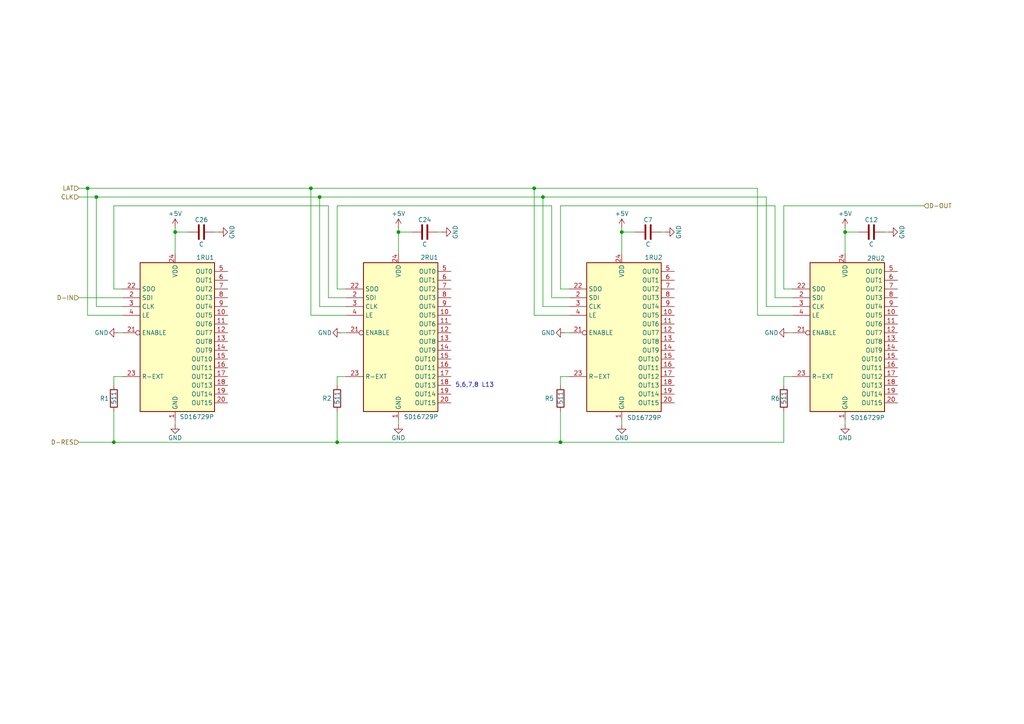
<source format=kicad_sch>
(kicad_sch
	(version 20231120)
	(generator "eeschema")
	(generator_version "8.0")
	(uuid "457e5081-8656-4fae-9c92-221d8bedcbb0")
	(paper "A4")
	(title_block
		(title "RED COLUMN BUFFERS (0-15)")
		(date "2025-03-24")
		(rev "2009-06-20")
		(comment 1 "SEETOP-PH12-(1/4)4N.PCB")
	)
	(lib_symbols
		(symbol "Device:C"
			(pin_numbers hide)
			(pin_names
				(offset 0.254)
			)
			(exclude_from_sim no)
			(in_bom yes)
			(on_board yes)
			(property "Reference" "C"
				(at 0.635 2.54 0)
				(effects
					(font
						(size 1.27 1.27)
					)
					(justify left)
				)
			)
			(property "Value" "C"
				(at 0.635 -2.54 0)
				(effects
					(font
						(size 1.27 1.27)
					)
					(justify left)
				)
			)
			(property "Footprint" ""
				(at 0.9652 -3.81 0)
				(effects
					(font
						(size 1.27 1.27)
					)
					(hide yes)
				)
			)
			(property "Datasheet" "~"
				(at 0 0 0)
				(effects
					(font
						(size 1.27 1.27)
					)
					(hide yes)
				)
			)
			(property "Description" "Unpolarized capacitor"
				(at 0 0 0)
				(effects
					(font
						(size 1.27 1.27)
					)
					(hide yes)
				)
			)
			(property "ki_keywords" "cap capacitor"
				(at 0 0 0)
				(effects
					(font
						(size 1.27 1.27)
					)
					(hide yes)
				)
			)
			(property "ki_fp_filters" "C_*"
				(at 0 0 0)
				(effects
					(font
						(size 1.27 1.27)
					)
					(hide yes)
				)
			)
			(symbol "C_0_1"
				(polyline
					(pts
						(xy -2.032 -0.762) (xy 2.032 -0.762)
					)
					(stroke
						(width 0.508)
						(type default)
					)
					(fill
						(type none)
					)
				)
				(polyline
					(pts
						(xy -2.032 0.762) (xy 2.032 0.762)
					)
					(stroke
						(width 0.508)
						(type default)
					)
					(fill
						(type none)
					)
				)
			)
			(symbol "C_1_1"
				(pin passive line
					(at 0 3.81 270)
					(length 2.794)
					(name "~"
						(effects
							(font
								(size 1.27 1.27)
							)
						)
					)
					(number "1"
						(effects
							(font
								(size 1.27 1.27)
							)
						)
					)
				)
				(pin passive line
					(at 0 -3.81 90)
					(length 2.794)
					(name "~"
						(effects
							(font
								(size 1.27 1.27)
							)
						)
					)
					(number "2"
						(effects
							(font
								(size 1.27 1.27)
							)
						)
					)
				)
			)
		)
		(symbol "Device:R"
			(pin_numbers hide)
			(pin_names
				(offset 0)
			)
			(exclude_from_sim no)
			(in_bom yes)
			(on_board yes)
			(property "Reference" "R"
				(at 2.032 0 90)
				(effects
					(font
						(size 1.27 1.27)
					)
				)
			)
			(property "Value" "R"
				(at 0 0 90)
				(effects
					(font
						(size 1.27 1.27)
					)
				)
			)
			(property "Footprint" ""
				(at -1.778 0 90)
				(effects
					(font
						(size 1.27 1.27)
					)
					(hide yes)
				)
			)
			(property "Datasheet" "~"
				(at 0 0 0)
				(effects
					(font
						(size 1.27 1.27)
					)
					(hide yes)
				)
			)
			(property "Description" "Resistor"
				(at 0 0 0)
				(effects
					(font
						(size 1.27 1.27)
					)
					(hide yes)
				)
			)
			(property "ki_keywords" "R res resistor"
				(at 0 0 0)
				(effects
					(font
						(size 1.27 1.27)
					)
					(hide yes)
				)
			)
			(property "ki_fp_filters" "R_*"
				(at 0 0 0)
				(effects
					(font
						(size 1.27 1.27)
					)
					(hide yes)
				)
			)
			(symbol "R_0_1"
				(rectangle
					(start -1.016 -2.54)
					(end 1.016 2.54)
					(stroke
						(width 0.254)
						(type default)
					)
					(fill
						(type none)
					)
				)
			)
			(symbol "R_1_1"
				(pin passive line
					(at 0 3.81 270)
					(length 1.27)
					(name "~"
						(effects
							(font
								(size 1.27 1.27)
							)
						)
					)
					(number "1"
						(effects
							(font
								(size 1.27 1.27)
							)
						)
					)
				)
				(pin passive line
					(at 0 -3.81 90)
					(length 1.27)
					(name "~"
						(effects
							(font
								(size 1.27 1.27)
							)
						)
					)
					(number "2"
						(effects
							(font
								(size 1.27 1.27)
							)
						)
					)
				)
			)
		)
		(symbol "power:+5V"
			(power)
			(pin_numbers hide)
			(pin_names
				(offset 0) hide)
			(exclude_from_sim no)
			(in_bom yes)
			(on_board yes)
			(property "Reference" "#PWR"
				(at 0 -3.81 0)
				(effects
					(font
						(size 1.27 1.27)
					)
					(hide yes)
				)
			)
			(property "Value" "+5V"
				(at 0 3.556 0)
				(effects
					(font
						(size 1.27 1.27)
					)
				)
			)
			(property "Footprint" ""
				(at 0 0 0)
				(effects
					(font
						(size 1.27 1.27)
					)
					(hide yes)
				)
			)
			(property "Datasheet" ""
				(at 0 0 0)
				(effects
					(font
						(size 1.27 1.27)
					)
					(hide yes)
				)
			)
			(property "Description" "Power symbol creates a global label with name \"+5V\""
				(at 0 0 0)
				(effects
					(font
						(size 1.27 1.27)
					)
					(hide yes)
				)
			)
			(property "ki_keywords" "global power"
				(at 0 0 0)
				(effects
					(font
						(size 1.27 1.27)
					)
					(hide yes)
				)
			)
			(symbol "+5V_0_1"
				(polyline
					(pts
						(xy -0.762 1.27) (xy 0 2.54)
					)
					(stroke
						(width 0)
						(type default)
					)
					(fill
						(type none)
					)
				)
				(polyline
					(pts
						(xy 0 0) (xy 0 2.54)
					)
					(stroke
						(width 0)
						(type default)
					)
					(fill
						(type none)
					)
				)
				(polyline
					(pts
						(xy 0 2.54) (xy 0.762 1.27)
					)
					(stroke
						(width 0)
						(type default)
					)
					(fill
						(type none)
					)
				)
			)
			(symbol "+5V_1_1"
				(pin power_in line
					(at 0 0 90)
					(length 0)
					(name "~"
						(effects
							(font
								(size 1.27 1.27)
							)
						)
					)
					(number "1"
						(effects
							(font
								(size 1.27 1.27)
							)
						)
					)
				)
			)
		)
		(symbol "power:GND"
			(power)
			(pin_numbers hide)
			(pin_names
				(offset 0) hide)
			(exclude_from_sim no)
			(in_bom yes)
			(on_board yes)
			(property "Reference" "#PWR"
				(at 0 -6.35 0)
				(effects
					(font
						(size 1.27 1.27)
					)
					(hide yes)
				)
			)
			(property "Value" "GND"
				(at 0 -3.81 0)
				(effects
					(font
						(size 1.27 1.27)
					)
				)
			)
			(property "Footprint" ""
				(at 0 0 0)
				(effects
					(font
						(size 1.27 1.27)
					)
					(hide yes)
				)
			)
			(property "Datasheet" ""
				(at 0 0 0)
				(effects
					(font
						(size 1.27 1.27)
					)
					(hide yes)
				)
			)
			(property "Description" "Power symbol creates a global label with name \"GND\" , ground"
				(at 0 0 0)
				(effects
					(font
						(size 1.27 1.27)
					)
					(hide yes)
				)
			)
			(property "ki_keywords" "global power"
				(at 0 0 0)
				(effects
					(font
						(size 1.27 1.27)
					)
					(hide yes)
				)
			)
			(symbol "GND_0_1"
				(polyline
					(pts
						(xy 0 0) (xy 0 -1.27) (xy 1.27 -1.27) (xy 0 -2.54) (xy -1.27 -1.27) (xy 0 -1.27)
					)
					(stroke
						(width 0)
						(type default)
					)
					(fill
						(type none)
					)
				)
			)
			(symbol "GND_1_1"
				(pin power_in line
					(at 0 0 270)
					(length 0)
					(name "~"
						(effects
							(font
								(size 1.27 1.27)
							)
						)
					)
					(number "1"
						(effects
							(font
								(size 1.27 1.27)
							)
						)
					)
				)
			)
		)
		(symbol "private:SD16729P"
			(exclude_from_sim no)
			(in_bom yes)
			(on_board yes)
			(property "Reference" "U1"
				(at 7.874 21.59 0)
				(effects
					(font
						(size 1.27 1.27)
					)
					(justify left)
				)
			)
			(property "Value" "SD16729P"
				(at 1.778 -24.384 0)
				(effects
					(font
						(size 1.27 1.27)
					)
					(justify left)
				)
			)
			(property "Footprint" "Package_SO:QSOP-24_3.9x8.7mm_P0.635mm"
				(at 0.635 -24.765 0)
				(effects
					(font
						(size 1.27 1.27)
					)
					(justify left)
					(hide yes)
				)
			)
			(property "Datasheet" ""
				(at -10.16 17.78 0)
				(effects
					(font
						(size 1.27 1.27)
					)
					(hide yes)
				)
			)
			(property "Description" "16-channel LED driver with error detection, current gain control and 12/16 bit PWM brightness control, QSOP-24"
				(at -0.254 -3.556 0)
				(effects
					(font
						(size 1.27 1.27)
					)
					(hide yes)
				)
			)
			(property "ki_keywords" "PWM LED driver error detection brightness QSOP-24"
				(at 0 0 0)
				(effects
					(font
						(size 1.27 1.27)
					)
					(hide yes)
				)
			)
			(property "ki_fp_filters" "QSOP*3.9x8.7mm*P0.635mm*"
				(at 0 0 0)
				(effects
					(font
						(size 1.27 1.27)
					)
					(hide yes)
				)
			)
			(symbol "SD16729P_0_1"
				(rectangle
					(start -10.16 20.32)
					(end 11.43 -22.86)
					(stroke
						(width 0.254)
						(type default)
					)
					(fill
						(type background)
					)
				)
			)
			(symbol "SD16729P_1_1"
				(pin power_in line
					(at 0 -25.4 90)
					(length 2.54)
					(name "GND"
						(effects
							(font
								(size 1.27 1.27)
							)
						)
					)
					(number "1"
						(effects
							(font
								(size 1.27 1.27)
							)
						)
					)
				)
				(pin output line
					(at 15.24 5.08 180)
					(length 3.81)
					(name "OUT5"
						(effects
							(font
								(size 1.27 1.27)
							)
						)
					)
					(number "10"
						(effects
							(font
								(size 1.27 1.27)
							)
						)
					)
				)
				(pin output line
					(at 15.24 2.54 180)
					(length 3.81)
					(name "OUT6"
						(effects
							(font
								(size 1.27 1.27)
							)
						)
					)
					(number "11"
						(effects
							(font
								(size 1.27 1.27)
							)
						)
					)
				)
				(pin output line
					(at 15.24 0 180)
					(length 3.81)
					(name "OUT7"
						(effects
							(font
								(size 1.27 1.27)
							)
						)
					)
					(number "12"
						(effects
							(font
								(size 1.27 1.27)
							)
						)
					)
				)
				(pin output line
					(at 15.24 -2.54 180)
					(length 3.81)
					(name "OUT8"
						(effects
							(font
								(size 1.27 1.27)
							)
						)
					)
					(number "13"
						(effects
							(font
								(size 1.27 1.27)
							)
						)
					)
				)
				(pin output line
					(at 15.24 -5.08 180)
					(length 3.81)
					(name "OUT9"
						(effects
							(font
								(size 1.27 1.27)
							)
						)
					)
					(number "14"
						(effects
							(font
								(size 1.27 1.27)
							)
						)
					)
				)
				(pin output line
					(at 15.24 -7.62 180)
					(length 3.81)
					(name "OUT10"
						(effects
							(font
								(size 1.27 1.27)
							)
						)
					)
					(number "15"
						(effects
							(font
								(size 1.27 1.27)
							)
						)
					)
				)
				(pin output line
					(at 15.24 -10.16 180)
					(length 3.81)
					(name "OUT11"
						(effects
							(font
								(size 1.27 1.27)
							)
						)
					)
					(number "16"
						(effects
							(font
								(size 1.27 1.27)
							)
						)
					)
				)
				(pin output line
					(at 15.24 -12.7 180)
					(length 3.81)
					(name "OUT12"
						(effects
							(font
								(size 1.27 1.27)
							)
						)
					)
					(number "17"
						(effects
							(font
								(size 1.27 1.27)
							)
						)
					)
				)
				(pin output line
					(at 15.24 -15.24 180)
					(length 3.81)
					(name "OUT13"
						(effects
							(font
								(size 1.27 1.27)
							)
						)
					)
					(number "18"
						(effects
							(font
								(size 1.27 1.27)
							)
						)
					)
				)
				(pin output line
					(at 15.24 -17.78 180)
					(length 3.81)
					(name "OUT14"
						(effects
							(font
								(size 1.27 1.27)
							)
						)
					)
					(number "19"
						(effects
							(font
								(size 1.27 1.27)
							)
						)
					)
				)
				(pin input line
					(at -15.24 10.16 0)
					(length 5.08)
					(name "SDI"
						(effects
							(font
								(size 1.27 1.27)
							)
						)
					)
					(number "2"
						(effects
							(font
								(size 1.27 1.27)
							)
						)
					)
				)
				(pin output line
					(at 15.24 -20.32 180)
					(length 3.81)
					(name "OUT15"
						(effects
							(font
								(size 1.27 1.27)
							)
						)
					)
					(number "20"
						(effects
							(font
								(size 1.27 1.27)
							)
						)
					)
				)
				(pin input inverted
					(at -15.24 0 0)
					(length 5.08)
					(name "ENABLE"
						(effects
							(font
								(size 1.27 1.27)
							)
						)
					)
					(number "21"
						(effects
							(font
								(size 1.27 1.27)
							)
						)
					)
				)
				(pin output line
					(at -15.24 12.7 0)
					(length 5.08)
					(name "SDO"
						(effects
							(font
								(size 1.27 1.27)
							)
						)
					)
					(number "22"
						(effects
							(font
								(size 1.27 1.27)
							)
						)
					)
				)
				(pin passive line
					(at -15.24 -12.7 0)
					(length 5.08)
					(name "R-EXT"
						(effects
							(font
								(size 1.27 1.27)
							)
						)
					)
					(number "23"
						(effects
							(font
								(size 1.27 1.27)
							)
						)
					)
				)
				(pin power_in line
					(at 0 22.86 270)
					(length 2.54)
					(name "VDD"
						(effects
							(font
								(size 1.27 1.27)
							)
						)
					)
					(number "24"
						(effects
							(font
								(size 1.27 1.27)
							)
						)
					)
				)
				(pin input line
					(at -15.24 7.62 0)
					(length 5.08)
					(name "CLK"
						(effects
							(font
								(size 1.27 1.27)
							)
						)
					)
					(number "3"
						(effects
							(font
								(size 1.27 1.27)
							)
						)
					)
				)
				(pin input line
					(at -15.24 5.08 0)
					(length 5.08)
					(name "LE"
						(effects
							(font
								(size 1.27 1.27)
							)
						)
					)
					(number "4"
						(effects
							(font
								(size 1.27 1.27)
							)
						)
					)
				)
				(pin output line
					(at 15.24 17.78 180)
					(length 3.81)
					(name "OUT0"
						(effects
							(font
								(size 1.27 1.27)
							)
						)
					)
					(number "5"
						(effects
							(font
								(size 1.27 1.27)
							)
						)
					)
				)
				(pin output line
					(at 15.24 15.24 180)
					(length 3.81)
					(name "OUT1"
						(effects
							(font
								(size 1.27 1.27)
							)
						)
					)
					(number "6"
						(effects
							(font
								(size 1.27 1.27)
							)
						)
					)
				)
				(pin output line
					(at 15.24 12.7 180)
					(length 3.81)
					(name "OUT2"
						(effects
							(font
								(size 1.27 1.27)
							)
						)
					)
					(number "7"
						(effects
							(font
								(size 1.27 1.27)
							)
						)
					)
				)
				(pin output line
					(at 15.24 10.16 180)
					(length 3.81)
					(name "OUT3"
						(effects
							(font
								(size 1.27 1.27)
							)
						)
					)
					(number "8"
						(effects
							(font
								(size 1.27 1.27)
							)
						)
					)
				)
				(pin output line
					(at 15.24 7.62 180)
					(length 3.81)
					(name "OUT4"
						(effects
							(font
								(size 1.27 1.27)
							)
						)
					)
					(number "9"
						(effects
							(font
								(size 1.27 1.27)
							)
						)
					)
				)
			)
		)
	)
	(junction
		(at 162.56 128.27)
		(diameter 0)
		(color 0 0 0 0)
		(uuid "01c456f3-47e9-4ea4-84be-06a4a6095d8c")
	)
	(junction
		(at 97.79 128.27)
		(diameter 0)
		(color 0 0 0 0)
		(uuid "45be33dd-61b4-4141-b154-a4f55e7c1ee9")
	)
	(junction
		(at 25.4 54.61)
		(diameter 0)
		(color 0 0 0 0)
		(uuid "532239ee-012b-4c1d-a530-0b33feaec582")
	)
	(junction
		(at 157.48 57.15)
		(diameter 0)
		(color 0 0 0 0)
		(uuid "5df89d42-62bc-4c0c-844b-2a32922a6b25")
	)
	(junction
		(at 90.17 54.61)
		(diameter 0)
		(color 0 0 0 0)
		(uuid "689d6d3c-41c9-449e-a8f2-6b1a175e13ac")
	)
	(junction
		(at 33.02 128.27)
		(diameter 0)
		(color 0 0 0 0)
		(uuid "81bed604-ec81-4339-87c6-aefd56047458")
	)
	(junction
		(at 92.71 57.15)
		(diameter 0)
		(color 0 0 0 0)
		(uuid "a5d4384c-9e3e-4843-8483-7bb776a4a48e")
	)
	(junction
		(at 115.57 67.31)
		(diameter 0)
		(color 0 0 0 0)
		(uuid "c144aa10-b1f7-45ab-9fc6-25440ab60673")
	)
	(junction
		(at 180.34 67.31)
		(diameter 0)
		(color 0 0 0 0)
		(uuid "c5041acd-9f69-48eb-bcee-76433fb96acf")
	)
	(junction
		(at 50.8 67.31)
		(diameter 0)
		(color 0 0 0 0)
		(uuid "c9ea1fed-59b3-45db-be1a-86b425a2f9d0")
	)
	(junction
		(at 154.94 54.61)
		(diameter 0)
		(color 0 0 0 0)
		(uuid "ccb97d6c-2715-4724-8a9a-fdfab6ced0d5")
	)
	(junction
		(at 245.11 67.31)
		(diameter 0)
		(color 0 0 0 0)
		(uuid "e79976d9-29d4-4a81-b4d0-105f55320031")
	)
	(junction
		(at 27.94 57.15)
		(diameter 0)
		(color 0 0 0 0)
		(uuid "fb1702c9-8104-4180-9d92-4f32c1ff46e6")
	)
	(wire
		(pts
			(xy 100.33 109.22) (xy 97.79 109.22)
		)
		(stroke
			(width 0)
			(type default)
		)
		(uuid "0067b01e-0128-445b-a5b4-8dff38798fa4")
	)
	(wire
		(pts
			(xy 62.23 67.31) (xy 63.5 67.31)
		)
		(stroke
			(width 0)
			(type default)
		)
		(uuid "01d9b3ce-af2d-4cf1-b075-81fc6d39e23c")
	)
	(wire
		(pts
			(xy 180.34 67.31) (xy 180.34 73.66)
		)
		(stroke
			(width 0)
			(type default)
		)
		(uuid "02e4a14d-2945-4f33-bf2c-b926d2e9a6d0")
	)
	(wire
		(pts
			(xy 245.11 67.31) (xy 248.92 67.31)
		)
		(stroke
			(width 0)
			(type default)
		)
		(uuid "04c2278f-3ae3-490a-95eb-9c741f853bc7")
	)
	(wire
		(pts
			(xy 227.33 109.22) (xy 227.33 111.76)
		)
		(stroke
			(width 0)
			(type default)
		)
		(uuid "0681e8f3-d16d-4a64-a33a-b319079ead96")
	)
	(wire
		(pts
			(xy 22.86 128.27) (xy 33.02 128.27)
		)
		(stroke
			(width 0)
			(type default)
		)
		(uuid "09de5e43-2324-4235-97c0-7fd38a900d55")
	)
	(wire
		(pts
			(xy 160.02 86.36) (xy 160.02 59.69)
		)
		(stroke
			(width 0)
			(type default)
		)
		(uuid "0be0430a-b514-4bcb-b928-0fe55e280da2")
	)
	(wire
		(pts
			(xy 27.94 57.15) (xy 92.71 57.15)
		)
		(stroke
			(width 0)
			(type default)
		)
		(uuid "0e932504-e456-4498-a80d-de6edf9b9abc")
	)
	(wire
		(pts
			(xy 50.8 67.31) (xy 50.8 73.66)
		)
		(stroke
			(width 0)
			(type default)
		)
		(uuid "0ef5155a-eb0d-48fe-8324-dfa63dd37d4f")
	)
	(wire
		(pts
			(xy 92.71 57.15) (xy 92.71 88.9)
		)
		(stroke
			(width 0)
			(type default)
		)
		(uuid "1007f768-b8f2-4fbc-a492-bf25b0c0dddf")
	)
	(wire
		(pts
			(xy 224.79 59.69) (xy 162.56 59.69)
		)
		(stroke
			(width 0)
			(type default)
		)
		(uuid "10152ac8-067f-4adc-82c8-e243ffea9454")
	)
	(wire
		(pts
			(xy 115.57 121.92) (xy 115.57 123.19)
		)
		(stroke
			(width 0)
			(type default)
		)
		(uuid "13324b24-10d3-4b58-95a0-46d0dcee4418")
	)
	(wire
		(pts
			(xy 33.02 59.69) (xy 33.02 83.82)
		)
		(stroke
			(width 0)
			(type default)
		)
		(uuid "1af1f8ab-bb35-477b-86e9-45bf5855aa44")
	)
	(wire
		(pts
			(xy 50.8 67.31) (xy 54.61 67.31)
		)
		(stroke
			(width 0)
			(type default)
		)
		(uuid "1b0f44c3-5cf2-4a43-b8a1-3c17f9ebcc9a")
	)
	(wire
		(pts
			(xy 35.56 109.22) (xy 33.02 109.22)
		)
		(stroke
			(width 0)
			(type default)
		)
		(uuid "1e818e78-8d36-463a-aa24-a724a903c890")
	)
	(wire
		(pts
			(xy 162.56 109.22) (xy 162.56 111.76)
		)
		(stroke
			(width 0)
			(type default)
		)
		(uuid "1fff6286-c489-46e1-8450-38218fc65690")
	)
	(wire
		(pts
			(xy 92.71 88.9) (xy 100.33 88.9)
		)
		(stroke
			(width 0)
			(type default)
		)
		(uuid "21eeaa91-52a0-4cef-9ee8-2c206af1dffa")
	)
	(wire
		(pts
			(xy 100.33 91.44) (xy 90.17 91.44)
		)
		(stroke
			(width 0)
			(type default)
		)
		(uuid "227475d0-d892-4c8f-b09c-1b3f6070f913")
	)
	(wire
		(pts
			(xy 162.56 119.38) (xy 162.56 128.27)
		)
		(stroke
			(width 0)
			(type default)
		)
		(uuid "385cf671-e5d3-45d9-90e9-83c441168e0e")
	)
	(wire
		(pts
			(xy 33.02 83.82) (xy 35.56 83.82)
		)
		(stroke
			(width 0)
			(type default)
		)
		(uuid "3d287724-4af2-4a32-9f10-2af443e82974")
	)
	(wire
		(pts
			(xy 127 67.31) (xy 128.27 67.31)
		)
		(stroke
			(width 0)
			(type default)
		)
		(uuid "4147f81e-0004-4e80-aee1-4098e21cc021")
	)
	(wire
		(pts
			(xy 115.57 67.31) (xy 119.38 67.31)
		)
		(stroke
			(width 0)
			(type default)
		)
		(uuid "457df145-9198-42c3-8e63-c9eead111847")
	)
	(wire
		(pts
			(xy 97.79 83.82) (xy 100.33 83.82)
		)
		(stroke
			(width 0)
			(type default)
		)
		(uuid "47d465c9-d455-4ed0-a936-0db8da21d52f")
	)
	(wire
		(pts
			(xy 228.6 96.52) (xy 229.87 96.52)
		)
		(stroke
			(width 0)
			(type default)
		)
		(uuid "48a464aa-5835-4e46-b765-398279840db9")
	)
	(wire
		(pts
			(xy 33.02 109.22) (xy 33.02 111.76)
		)
		(stroke
			(width 0)
			(type default)
		)
		(uuid "4e5f0dba-4f39-4c75-b177-774ce055d41c")
	)
	(wire
		(pts
			(xy 227.33 83.82) (xy 227.33 59.69)
		)
		(stroke
			(width 0)
			(type default)
		)
		(uuid "4ebb5e2a-bfa4-450c-85c4-a276896ed37d")
	)
	(wire
		(pts
			(xy 22.86 86.36) (xy 35.56 86.36)
		)
		(stroke
			(width 0)
			(type default)
		)
		(uuid "5639c865-06d0-417d-a127-5a6e725e9fb3")
	)
	(wire
		(pts
			(xy 154.94 54.61) (xy 219.71 54.61)
		)
		(stroke
			(width 0)
			(type default)
		)
		(uuid "59703b7a-1fd0-431e-86bf-115f6a323d28")
	)
	(wire
		(pts
			(xy 22.86 54.61) (xy 25.4 54.61)
		)
		(stroke
			(width 0)
			(type default)
		)
		(uuid "5bf92305-06c0-4b6a-976d-171e960fc54d")
	)
	(wire
		(pts
			(xy 97.79 109.22) (xy 97.79 111.76)
		)
		(stroke
			(width 0)
			(type default)
		)
		(uuid "5e2fb21c-5f60-4f7a-b1f7-e0d94f6eeb1f")
	)
	(wire
		(pts
			(xy 99.06 96.52) (xy 100.33 96.52)
		)
		(stroke
			(width 0)
			(type default)
		)
		(uuid "5ebf4587-877a-4154-90a5-8e87cafd0761")
	)
	(wire
		(pts
			(xy 180.34 67.31) (xy 184.15 67.31)
		)
		(stroke
			(width 0)
			(type default)
		)
		(uuid "60b9c713-75dc-4650-9402-5e9142d06993")
	)
	(wire
		(pts
			(xy 90.17 54.61) (xy 90.17 91.44)
		)
		(stroke
			(width 0)
			(type default)
		)
		(uuid "67a25bd9-2bb3-4d90-83ae-2bfc475197c0")
	)
	(wire
		(pts
			(xy 163.83 96.52) (xy 165.1 96.52)
		)
		(stroke
			(width 0)
			(type default)
		)
		(uuid "6f819a64-ed10-4666-8c44-0e39717329e7")
	)
	(wire
		(pts
			(xy 162.56 83.82) (xy 165.1 83.82)
		)
		(stroke
			(width 0)
			(type default)
		)
		(uuid "71a1c44c-f9fe-4a62-bb53-e30c831342be")
	)
	(wire
		(pts
			(xy 219.71 54.61) (xy 219.71 91.44)
		)
		(stroke
			(width 0)
			(type default)
		)
		(uuid "74b356d9-8145-4c70-a5eb-4a3ea0b5e6a1")
	)
	(wire
		(pts
			(xy 219.71 91.44) (xy 229.87 91.44)
		)
		(stroke
			(width 0)
			(type default)
		)
		(uuid "79b5402c-9c68-4d9c-b6b4-db0f7f217539")
	)
	(wire
		(pts
			(xy 92.71 57.15) (xy 157.48 57.15)
		)
		(stroke
			(width 0)
			(type default)
		)
		(uuid "814099be-1089-48ab-8da1-258b4a71347e")
	)
	(wire
		(pts
			(xy 35.56 88.9) (xy 27.94 88.9)
		)
		(stroke
			(width 0)
			(type default)
		)
		(uuid "820a594c-dc89-463d-92b7-6bdb8613ef47")
	)
	(wire
		(pts
			(xy 227.33 59.69) (xy 267.97 59.69)
		)
		(stroke
			(width 0)
			(type default)
		)
		(uuid "86f511f7-4538-4a8f-b585-805bd6ffcd92")
	)
	(wire
		(pts
			(xy 160.02 59.69) (xy 97.79 59.69)
		)
		(stroke
			(width 0)
			(type default)
		)
		(uuid "8895e666-4b17-473d-87b3-309ce7634f90")
	)
	(wire
		(pts
			(xy 180.34 66.04) (xy 180.34 67.31)
		)
		(stroke
			(width 0)
			(type default)
		)
		(uuid "8985ad8d-bbd8-4156-a559-ca9fdeae5ebf")
	)
	(wire
		(pts
			(xy 35.56 91.44) (xy 25.4 91.44)
		)
		(stroke
			(width 0)
			(type default)
		)
		(uuid "8c842ca8-0edf-427e-8856-2b7d63fc147f")
	)
	(wire
		(pts
			(xy 165.1 109.22) (xy 162.56 109.22)
		)
		(stroke
			(width 0)
			(type default)
		)
		(uuid "8d81f703-c7a6-4640-a254-35cdd56f5adf")
	)
	(wire
		(pts
			(xy 222.25 88.9) (xy 229.87 88.9)
		)
		(stroke
			(width 0)
			(type default)
		)
		(uuid "8e99fef6-03e0-4018-a186-eba867b91111")
	)
	(wire
		(pts
			(xy 157.48 57.15) (xy 222.25 57.15)
		)
		(stroke
			(width 0)
			(type default)
		)
		(uuid "8ffb092c-50d1-4ef6-95f4-60c5309fe9ff")
	)
	(wire
		(pts
			(xy 229.87 83.82) (xy 227.33 83.82)
		)
		(stroke
			(width 0)
			(type default)
		)
		(uuid "9500751d-badc-48f0-a6e0-a9c6f7d0c95f")
	)
	(wire
		(pts
			(xy 100.33 86.36) (xy 95.25 86.36)
		)
		(stroke
			(width 0)
			(type default)
		)
		(uuid "9ba077e1-0eb1-40ff-b648-3823f8624426")
	)
	(wire
		(pts
			(xy 33.02 128.27) (xy 97.79 128.27)
		)
		(stroke
			(width 0)
			(type default)
		)
		(uuid "a19f65c9-b180-4a72-8777-d33b2fcc1c65")
	)
	(wire
		(pts
			(xy 25.4 54.61) (xy 25.4 91.44)
		)
		(stroke
			(width 0)
			(type default)
		)
		(uuid "a2760ec4-3ed5-46fe-993c-1b4ca4a094aa")
	)
	(wire
		(pts
			(xy 162.56 128.27) (xy 227.33 128.27)
		)
		(stroke
			(width 0)
			(type default)
		)
		(uuid "a60b0587-ba72-46c4-80ce-b7ce2f6e39c6")
	)
	(wire
		(pts
			(xy 180.34 121.92) (xy 180.34 123.19)
		)
		(stroke
			(width 0)
			(type default)
		)
		(uuid "a76c6ed3-fcb9-43a4-8d76-2359751ac627")
	)
	(wire
		(pts
			(xy 25.4 54.61) (xy 90.17 54.61)
		)
		(stroke
			(width 0)
			(type default)
		)
		(uuid "ab31ee04-8391-4d65-8974-86db56447af9")
	)
	(wire
		(pts
			(xy 224.79 86.36) (xy 224.79 59.69)
		)
		(stroke
			(width 0)
			(type default)
		)
		(uuid "ac7a2c1a-589c-459b-b383-1326068a96e9")
	)
	(wire
		(pts
			(xy 90.17 54.61) (xy 154.94 54.61)
		)
		(stroke
			(width 0)
			(type default)
		)
		(uuid "b21f784b-e514-45f1-a192-5a62015b43e6")
	)
	(wire
		(pts
			(xy 229.87 86.36) (xy 224.79 86.36)
		)
		(stroke
			(width 0)
			(type default)
		)
		(uuid "b3e5c416-a135-4a34-8f7c-5a66d59228a0")
	)
	(wire
		(pts
			(xy 154.94 54.61) (xy 154.94 91.44)
		)
		(stroke
			(width 0)
			(type default)
		)
		(uuid "b5419b2a-1cdc-40c4-bbf0-b7ee5bc6287f")
	)
	(wire
		(pts
			(xy 97.79 128.27) (xy 162.56 128.27)
		)
		(stroke
			(width 0)
			(type default)
		)
		(uuid "b60f15ca-bbc2-4025-993f-98312b194b3d")
	)
	(wire
		(pts
			(xy 33.02 119.38) (xy 33.02 128.27)
		)
		(stroke
			(width 0)
			(type default)
		)
		(uuid "bae7f480-df3c-4b69-9a45-c83f6d2f43f6")
	)
	(wire
		(pts
			(xy 165.1 86.36) (xy 160.02 86.36)
		)
		(stroke
			(width 0)
			(type default)
		)
		(uuid "bc53abc2-65b0-491b-b5fb-5976f7fbe553")
	)
	(wire
		(pts
			(xy 115.57 66.04) (xy 115.57 67.31)
		)
		(stroke
			(width 0)
			(type default)
		)
		(uuid "bca4c393-235f-4b72-aed4-03258bfdbe23")
	)
	(wire
		(pts
			(xy 27.94 57.15) (xy 27.94 88.9)
		)
		(stroke
			(width 0)
			(type default)
		)
		(uuid "be5a938e-a35b-4866-843e-12c7eb3b66bd")
	)
	(wire
		(pts
			(xy 34.29 96.52) (xy 35.56 96.52)
		)
		(stroke
			(width 0)
			(type default)
		)
		(uuid "be97e416-d7f5-4ec3-b227-e3d4bfab7e3a")
	)
	(wire
		(pts
			(xy 191.77 67.31) (xy 193.04 67.31)
		)
		(stroke
			(width 0)
			(type default)
		)
		(uuid "c0b869da-eeec-4452-8d0f-7c8954da8128")
	)
	(wire
		(pts
			(xy 115.57 67.31) (xy 115.57 73.66)
		)
		(stroke
			(width 0)
			(type default)
		)
		(uuid "c3e9e697-086a-44f3-9951-491ac239258e")
	)
	(wire
		(pts
			(xy 50.8 66.04) (xy 50.8 67.31)
		)
		(stroke
			(width 0)
			(type default)
		)
		(uuid "c6a24f4b-c440-41a2-8b3e-728756e8a00c")
	)
	(wire
		(pts
			(xy 245.11 66.04) (xy 245.11 67.31)
		)
		(stroke
			(width 0)
			(type default)
		)
		(uuid "c710bffa-58f7-461b-b7c5-6b603cf1ffc2")
	)
	(wire
		(pts
			(xy 95.25 86.36) (xy 95.25 59.69)
		)
		(stroke
			(width 0)
			(type default)
		)
		(uuid "ccb9da6b-314c-4274-9e87-8c22e70c7261")
	)
	(wire
		(pts
			(xy 245.11 121.92) (xy 245.11 123.19)
		)
		(stroke
			(width 0)
			(type default)
		)
		(uuid "cda4a030-6c48-4cac-8812-09d371942a40")
	)
	(wire
		(pts
			(xy 22.86 57.15) (xy 27.94 57.15)
		)
		(stroke
			(width 0)
			(type default)
		)
		(uuid "d2b93d77-5050-4e9b-8ecd-3b1fbab35033")
	)
	(wire
		(pts
			(xy 97.79 119.38) (xy 97.79 128.27)
		)
		(stroke
			(width 0)
			(type default)
		)
		(uuid "d3f92099-6a3a-45fd-9ec4-2b8d0188a3b0")
	)
	(wire
		(pts
			(xy 97.79 59.69) (xy 97.79 83.82)
		)
		(stroke
			(width 0)
			(type default)
		)
		(uuid "db7dcf24-e058-4436-9fda-ca7498509f01")
	)
	(wire
		(pts
			(xy 229.87 109.22) (xy 227.33 109.22)
		)
		(stroke
			(width 0)
			(type default)
		)
		(uuid "dd4a55c1-c584-491a-b083-4482bf826f82")
	)
	(wire
		(pts
			(xy 245.11 67.31) (xy 245.11 73.66)
		)
		(stroke
			(width 0)
			(type default)
		)
		(uuid "de91586f-7a6f-4815-89c3-f0d6ac125f01")
	)
	(wire
		(pts
			(xy 222.25 57.15) (xy 222.25 88.9)
		)
		(stroke
			(width 0)
			(type default)
		)
		(uuid "dee7dbc9-6bc8-4868-802a-9e8d16f55064")
	)
	(wire
		(pts
			(xy 157.48 57.15) (xy 157.48 88.9)
		)
		(stroke
			(width 0)
			(type default)
		)
		(uuid "e24442d7-3d63-44cb-8a57-693f68420cc1")
	)
	(wire
		(pts
			(xy 165.1 91.44) (xy 154.94 91.44)
		)
		(stroke
			(width 0)
			(type default)
		)
		(uuid "e8da500b-ae23-4b11-99b9-73f7634a3938")
	)
	(wire
		(pts
			(xy 157.48 88.9) (xy 165.1 88.9)
		)
		(stroke
			(width 0)
			(type default)
		)
		(uuid "e8e3e0d7-62d8-4112-b122-7b4456ca8c2e")
	)
	(wire
		(pts
			(xy 227.33 119.38) (xy 227.33 128.27)
		)
		(stroke
			(width 0)
			(type default)
		)
		(uuid "ee339a8e-59a8-4150-83da-315cb70bee81")
	)
	(wire
		(pts
			(xy 95.25 59.69) (xy 33.02 59.69)
		)
		(stroke
			(width 0)
			(type default)
		)
		(uuid "f4b2518b-6e36-4387-9ca1-fda3c389ebf9")
	)
	(wire
		(pts
			(xy 162.56 59.69) (xy 162.56 83.82)
		)
		(stroke
			(width 0)
			(type default)
		)
		(uuid "f82f514e-7bef-4597-bbd0-2d5ec06d3e0b")
	)
	(wire
		(pts
			(xy 50.8 121.92) (xy 50.8 123.19)
		)
		(stroke
			(width 0)
			(type default)
		)
		(uuid "fce967ca-fb9a-41c2-a51e-a7965ec27841")
	)
	(wire
		(pts
			(xy 256.54 67.31) (xy 257.81 67.31)
		)
		(stroke
			(width 0)
			(type default)
		)
		(uuid "fea52d0c-7553-4245-b2ca-c77237ef8be4")
	)
	(text "5,6,7,8 L13"
		(exclude_from_sim no)
		(at 137.668 111.76 0)
		(effects
			(font
				(size 1.27 1.27)
			)
		)
		(uuid "7fd92519-ace0-44c0-82f9-d74306589a8f")
	)
	(hierarchical_label "CLK"
		(shape input)
		(at 22.86 57.15 180)
		(effects
			(font
				(size 1.27 1.27)
			)
			(justify right)
		)
		(uuid "0d8fc58f-05cf-4716-a5c3-c91c766ab4fb")
	)
	(hierarchical_label "LAT"
		(shape input)
		(at 22.86 54.61 180)
		(effects
			(font
				(size 1.27 1.27)
			)
			(justify right)
		)
		(uuid "6e78071d-85cc-42f0-8d10-dffad3159343")
	)
	(hierarchical_label "D-IN"
		(shape input)
		(at 22.86 86.36 180)
		(effects
			(font
				(size 1.27 1.27)
			)
			(justify right)
		)
		(uuid "97675af1-0744-459a-be4c-7be4a4815be8")
	)
	(hierarchical_label "D-RES"
		(shape input)
		(at 22.86 128.27 180)
		(effects
			(font
				(size 1.27 1.27)
			)
			(justify right)
		)
		(uuid "b693c3ab-0c6b-4322-8dbb-b8bfa574f106")
	)
	(hierarchical_label "D-OUT"
		(shape input)
		(at 267.97 59.69 0)
		(effects
			(font
				(size 1.27 1.27)
			)
			(justify left)
		)
		(uuid "e7fcc5bf-d4a4-4526-9e1f-1ec30ae10945")
	)
	(symbol
		(lib_id "private:SD16729P")
		(at 50.8 96.52 0)
		(unit 1)
		(exclude_from_sim no)
		(in_bom yes)
		(on_board yes)
		(dnp no)
		(uuid "043e5299-3251-4c6a-b6bb-6f13b68a88d7")
		(property "Reference" "1RU1"
			(at 56.896 74.676 0)
			(effects
				(font
					(size 1.27 1.27)
				)
				(justify left)
			)
		)
		(property "Value" "SD16729P"
			(at 52.07 120.904 0)
			(effects
				(font
					(size 1.27 1.27)
				)
				(justify left)
			)
		)
		(property "Footprint" "Package_SO:QSOP-24_3.9x8.7mm_P0.635mm"
			(at 51.435 121.285 0)
			(effects
				(font
					(size 1.27 1.27)
				)
				(justify left)
				(hide yes)
			)
		)
		(property "Datasheet" "https://www.st.com/resource/en/datasheet/led1642gw.pdf"
			(at 40.64 78.74 0)
			(effects
				(font
					(size 1.27 1.27)
				)
				(hide yes)
			)
		)
		(property "Description" "16-channel LED driver with error detection, current gain control and 12/16 bit PWM brightness control, QSOP-24"
			(at 50.546 100.076 0)
			(effects
				(font
					(size 1.27 1.27)
				)
				(hide yes)
			)
		)
		(pin "18"
			(uuid "257460f3-b954-411d-abe7-0d55b436ee44")
		)
		(pin "4"
			(uuid "bd4de6c3-b74b-44a1-910a-fb33d8fe9cda")
		)
		(pin "11"
			(uuid "e59a9b30-1b3c-4e90-aad6-33d60e216aad")
		)
		(pin "22"
			(uuid "722f3b54-c115-4c94-a0ee-7e6357f7e1a4")
		)
		(pin "13"
			(uuid "2c5ac768-5231-49f3-82ff-777b03829d82")
		)
		(pin "17"
			(uuid "c2831f88-36ec-4324-a7c2-82d36ea66c45")
		)
		(pin "16"
			(uuid "22d52709-99d4-4661-acb8-37c449eb2ac0")
		)
		(pin "19"
			(uuid "63d89d7d-cdfa-470a-ab84-685c1e1ec8c3")
		)
		(pin "21"
			(uuid "8a579147-2917-4b5c-9aea-3fab0725a7e7")
		)
		(pin "6"
			(uuid "c0c965e1-8971-4407-b9b3-d381908797e7")
		)
		(pin "14"
			(uuid "1a095c17-e2fa-4d9e-a491-4e86d1d28145")
		)
		(pin "7"
			(uuid "b82dde90-c395-4ac2-aabb-9cc2ddc11b32")
		)
		(pin "9"
			(uuid "58ee4261-40f1-4fa6-9c84-84e4301178f7")
		)
		(pin "24"
			(uuid "65818830-31d9-4afb-bef3-4a9500adb7bd")
		)
		(pin "8"
			(uuid "c4a313ce-c768-4d39-a04a-528b0d756a41")
		)
		(pin "15"
			(uuid "570458ca-8a47-45aa-914b-f71c974ccb9c")
		)
		(pin "23"
			(uuid "a69375ac-4be9-4b38-9e74-895750989634")
		)
		(pin "1"
			(uuid "e5366dd7-5a82-45c2-9271-78b6595457b0")
		)
		(pin "2"
			(uuid "dc727a0d-bbc7-43e3-8a41-207a7a2bffd3")
		)
		(pin "12"
			(uuid "e5b19fa7-ad38-4a0d-ac55-547c815eba90")
		)
		(pin "10"
			(uuid "d9195ebf-9c7d-4e03-816e-9738a1c9282c")
		)
		(pin "20"
			(uuid "4346b6bd-a906-4908-8ed1-31bc0d97d0ba")
		)
		(pin "3"
			(uuid "87b78c3b-8db4-47d2-9df9-85ef8bbb1475")
		)
		(pin "5"
			(uuid "a8b939ee-403d-462a-adb9-6d9f82102213")
		)
		(instances
			(project "SEETOP-PH12"
				(path "/68a8ae38-7cbe-4908-bee0-004819ef8599/90ba3323-4155-48e7-9f2f-2d2709916807"
					(reference "1RU1")
					(unit 1)
				)
			)
		)
	)
	(symbol
		(lib_id "private:SD16729P")
		(at 115.57 96.52 0)
		(unit 1)
		(exclude_from_sim no)
		(in_bom yes)
		(on_board yes)
		(dnp no)
		(uuid "0c528ab1-4068-45cf-ae9a-6652fe02066a")
		(property "Reference" "2RU1"
			(at 121.92 74.676 0)
			(effects
				(font
					(size 1.27 1.27)
				)
				(justify left)
			)
		)
		(property "Value" "SD16729P"
			(at 117.094 120.904 0)
			(effects
				(font
					(size 1.27 1.27)
				)
				(justify left)
			)
		)
		(property "Footprint" "Package_SO:QSOP-24_3.9x8.7mm_P0.635mm"
			(at 116.205 121.285 0)
			(effects
				(font
					(size 1.27 1.27)
				)
				(justify left)
				(hide yes)
			)
		)
		(property "Datasheet" "https://www.st.com/resource/en/datasheet/led1642gw.pdf"
			(at 105.41 78.74 0)
			(effects
				(font
					(size 1.27 1.27)
				)
				(hide yes)
			)
		)
		(property "Description" "16-channel LED driver with error detection, current gain control and 12/16 bit PWM brightness control, QSOP-24"
			(at 115.316 100.076 0)
			(effects
				(font
					(size 1.27 1.27)
				)
				(hide yes)
			)
		)
		(pin "18"
			(uuid "d6aca413-7698-4a34-bb76-24b22b6e8dea")
		)
		(pin "4"
			(uuid "8c72f2f4-46f2-4868-9f86-1c68ee6e9caa")
		)
		(pin "11"
			(uuid "c9c0e99b-8b4e-40bf-864c-06d4ebf30a35")
		)
		(pin "22"
			(uuid "3f2aa3b5-753e-43f8-a6da-1322b5689185")
		)
		(pin "13"
			(uuid "16b6441c-11b4-4f4d-80ec-cabf82a1d063")
		)
		(pin "17"
			(uuid "bd3163ce-f9b5-4c4c-ae5f-a2a828791221")
		)
		(pin "16"
			(uuid "afdf8852-a743-46fa-936a-e28bd0c14c41")
		)
		(pin "19"
			(uuid "63c36df5-0466-43f9-9fe5-704365f2d5b8")
		)
		(pin "21"
			(uuid "1981b72c-fe2e-45ee-87dd-2bad7cdc71b5")
		)
		(pin "6"
			(uuid "0e1d2e60-0f6f-40b0-a77a-10ede84ef884")
		)
		(pin "14"
			(uuid "d26f58f2-11e2-4637-a154-b667910b8892")
		)
		(pin "7"
			(uuid "eff195c1-60e6-4453-935a-772808b2f682")
		)
		(pin "9"
			(uuid "5a05dafb-bb4d-4a50-896c-5a6cab1c04a1")
		)
		(pin "24"
			(uuid "4867e6f3-0a5f-43eb-8b4f-3ed766200ea1")
		)
		(pin "8"
			(uuid "1782b991-fbf0-41fd-809f-f65efe9eb3ef")
		)
		(pin "15"
			(uuid "269bd0e1-f62c-4bcb-9c14-78b1f4db5643")
		)
		(pin "23"
			(uuid "0d8f93a8-beda-4390-8074-9430f3f493cd")
		)
		(pin "1"
			(uuid "da0d3fa0-a5ce-46ca-8efb-d48baca621dc")
		)
		(pin "2"
			(uuid "b2dc58a9-8aa5-41f2-8fe2-54b684c72af9")
		)
		(pin "12"
			(uuid "cba31ea9-0efa-4abc-aa22-27ee470c8f88")
		)
		(pin "10"
			(uuid "d9fb28f1-d4d9-4979-851d-7b5d296e662f")
		)
		(pin "20"
			(uuid "f570bade-711d-4e45-a30e-b8c753c4d4be")
		)
		(pin "3"
			(uuid "cafd3a14-6c07-4566-88b3-c1bb5667e75a")
		)
		(pin "5"
			(uuid "b5ec1715-841b-47df-8376-f4ca7b315e0c")
		)
		(instances
			(project "SEETOP-PH12"
				(path "/68a8ae38-7cbe-4908-bee0-004819ef8599/90ba3323-4155-48e7-9f2f-2d2709916807"
					(reference "2RU1")
					(unit 1)
				)
			)
		)
	)
	(symbol
		(lib_id "private:SD16729P")
		(at 180.34 96.52 0)
		(unit 1)
		(exclude_from_sim no)
		(in_bom yes)
		(on_board yes)
		(dnp no)
		(uuid "14e1e414-e31c-45da-86a4-5be2b19facad")
		(property "Reference" "1RU2"
			(at 186.944 74.676 0)
			(effects
				(font
					(size 1.27 1.27)
				)
				(justify left)
			)
		)
		(property "Value" "SD16729P"
			(at 181.864 121.158 0)
			(effects
				(font
					(size 1.27 1.27)
				)
				(justify left)
			)
		)
		(property "Footprint" "Package_SO:QSOP-24_3.9x8.7mm_P0.635mm"
			(at 180.975 121.285 0)
			(effects
				(font
					(size 1.27 1.27)
				)
				(justify left)
				(hide yes)
			)
		)
		(property "Datasheet" "https://www.st.com/resource/en/datasheet/led1642gw.pdf"
			(at 170.18 78.74 0)
			(effects
				(font
					(size 1.27 1.27)
				)
				(hide yes)
			)
		)
		(property "Description" "16-channel LED driver with error detection, current gain control and 12/16 bit PWM brightness control, QSOP-24"
			(at 180.086 100.076 0)
			(effects
				(font
					(size 1.27 1.27)
				)
				(hide yes)
			)
		)
		(pin "18"
			(uuid "c4d4c985-e569-4cc7-8229-257b1f02e7d7")
		)
		(pin "4"
			(uuid "01c6b202-7110-488e-93c4-c23e050c5ce2")
		)
		(pin "11"
			(uuid "22fd22d9-76bb-403a-85bb-420b5e89e638")
		)
		(pin "22"
			(uuid "df52c327-bcfd-42bf-abd2-ec6cf7d6b52e")
		)
		(pin "13"
			(uuid "970ba0d4-5582-4a6a-b967-b23bb9164539")
		)
		(pin "17"
			(uuid "d95070b5-6efb-4bdc-987f-fb83256023c7")
		)
		(pin "16"
			(uuid "fbea9474-b3c4-47a2-b945-c752afcbfabf")
		)
		(pin "19"
			(uuid "d9191321-5a85-49f4-9ee6-4884a2d5c106")
		)
		(pin "21"
			(uuid "32f4925c-02df-4d78-bcea-51bc9e0ff489")
		)
		(pin "6"
			(uuid "2cab8163-834d-4fc5-a793-8f14cd4d57be")
		)
		(pin "14"
			(uuid "f2dff25c-ada8-417a-b924-a43c56e9986d")
		)
		(pin "7"
			(uuid "5fec1d1c-8fd9-4b60-a75b-38b0519974e4")
		)
		(pin "9"
			(uuid "26b6dd94-c546-44d9-8d5e-10f1967881c6")
		)
		(pin "24"
			(uuid "37d18a84-cc39-4f13-a7f9-827be363cfaf")
		)
		(pin "8"
			(uuid "4a7a65b5-1fab-4497-83a9-c180b1259c1a")
		)
		(pin "15"
			(uuid "e4d9f19c-23fd-4519-b3eb-993400b2908d")
		)
		(pin "23"
			(uuid "d15a6d85-0f80-40e2-a08f-51825a5e4ac8")
		)
		(pin "1"
			(uuid "f10c07a0-871c-4a54-8f73-beb512d9574b")
		)
		(pin "2"
			(uuid "2e9040c5-659e-4d62-9ce7-fc61c033974d")
		)
		(pin "12"
			(uuid "e4ca1d19-11ac-4c9d-9215-bec984e64b78")
		)
		(pin "10"
			(uuid "960525ed-0dea-4435-976b-8a362e7a278c")
		)
		(pin "20"
			(uuid "93755c52-5ed6-43d5-ba02-fe956e935ea9")
		)
		(pin "3"
			(uuid "c3fd058a-70a5-47fe-96cd-74c2c1470ce4")
		)
		(pin "5"
			(uuid "3e8d6038-3053-4453-a9c8-2e3bd689a0e5")
		)
		(instances
			(project "SEETOP-PH12"
				(path "/68a8ae38-7cbe-4908-bee0-004819ef8599/90ba3323-4155-48e7-9f2f-2d2709916807"
					(reference "1RU2")
					(unit 1)
				)
			)
		)
	)
	(symbol
		(lib_id "power:GND")
		(at 180.34 123.19 0)
		(unit 1)
		(exclude_from_sim no)
		(in_bom yes)
		(on_board yes)
		(dnp no)
		(uuid "15559bb5-92c5-4d74-9d7a-2562ae792fdc")
		(property "Reference" "#PWR091"
			(at 180.34 129.54 0)
			(effects
				(font
					(size 1.27 1.27)
				)
				(hide yes)
			)
		)
		(property "Value" "GND"
			(at 182.372 127 0)
			(effects
				(font
					(size 1.27 1.27)
				)
				(justify right)
			)
		)
		(property "Footprint" ""
			(at 180.34 123.19 0)
			(effects
				(font
					(size 1.27 1.27)
				)
				(hide yes)
			)
		)
		(property "Datasheet" ""
			(at 180.34 123.19 0)
			(effects
				(font
					(size 1.27 1.27)
				)
				(hide yes)
			)
		)
		(property "Description" "Power symbol creates a global label with name \"GND\" , ground"
			(at 180.34 123.19 0)
			(effects
				(font
					(size 1.27 1.27)
				)
				(hide yes)
			)
		)
		(pin "1"
			(uuid "b5c89d59-279d-48c5-a793-4573af441279")
		)
		(instances
			(project "SEETOP-PH12"
				(path "/68a8ae38-7cbe-4908-bee0-004819ef8599/90ba3323-4155-48e7-9f2f-2d2709916807"
					(reference "#PWR091")
					(unit 1)
				)
			)
		)
	)
	(symbol
		(lib_id "power:GND")
		(at 228.6 96.52 270)
		(unit 1)
		(exclude_from_sim no)
		(in_bom yes)
		(on_board yes)
		(dnp no)
		(uuid "1f95c012-0aa8-4e93-b620-5538d7c0711d")
		(property "Reference" "#PWR093"
			(at 222.25 96.52 0)
			(effects
				(font
					(size 1.27 1.27)
				)
				(hide yes)
			)
		)
		(property "Value" "GND"
			(at 225.806 96.52 90)
			(effects
				(font
					(size 1.27 1.27)
				)
				(justify right)
			)
		)
		(property "Footprint" ""
			(at 228.6 96.52 0)
			(effects
				(font
					(size 1.27 1.27)
				)
				(hide yes)
			)
		)
		(property "Datasheet" ""
			(at 228.6 96.52 0)
			(effects
				(font
					(size 1.27 1.27)
				)
				(hide yes)
			)
		)
		(property "Description" "Power symbol creates a global label with name \"GND\" , ground"
			(at 228.6 96.52 0)
			(effects
				(font
					(size 1.27 1.27)
				)
				(hide yes)
			)
		)
		(pin "1"
			(uuid "fb315ab7-b61c-47a7-b448-4098de50004b")
		)
		(instances
			(project "SEETOP-PH12"
				(path "/68a8ae38-7cbe-4908-bee0-004819ef8599/90ba3323-4155-48e7-9f2f-2d2709916807"
					(reference "#PWR093")
					(unit 1)
				)
			)
		)
	)
	(symbol
		(lib_id "Device:C")
		(at 123.19 67.31 90)
		(unit 1)
		(exclude_from_sim no)
		(in_bom yes)
		(on_board yes)
		(dnp no)
		(uuid "283d36de-afc1-407b-bfa2-7ed6239aec36")
		(property "Reference" "C24"
			(at 123.19 63.754 90)
			(effects
				(font
					(size 1.27 1.27)
				)
			)
		)
		(property "Value" "C"
			(at 123.19 70.866 90)
			(effects
				(font
					(size 1.27 1.27)
				)
			)
		)
		(property "Footprint" ""
			(at 127 66.3448 0)
			(effects
				(font
					(size 1.27 1.27)
				)
				(hide yes)
			)
		)
		(property "Datasheet" "~"
			(at 123.19 67.31 0)
			(effects
				(font
					(size 1.27 1.27)
				)
				(hide yes)
			)
		)
		(property "Description" "Unpolarized capacitor"
			(at 123.19 67.31 0)
			(effects
				(font
					(size 1.27 1.27)
				)
				(hide yes)
			)
		)
		(pin "1"
			(uuid "d962a6cf-fb3e-4b53-8b93-dcffdbc667d7")
		)
		(pin "2"
			(uuid "bff68927-6fe7-40fc-9254-c526bc4b7992")
		)
		(instances
			(project "SEETOP-PH12"
				(path "/68a8ae38-7cbe-4908-bee0-004819ef8599/90ba3323-4155-48e7-9f2f-2d2709916807"
					(reference "C24")
					(unit 1)
				)
			)
		)
	)
	(symbol
		(lib_id "Device:R")
		(at 33.02 115.57 0)
		(unit 1)
		(exclude_from_sim no)
		(in_bom yes)
		(on_board yes)
		(dnp no)
		(uuid "3b736c3d-c982-4b0a-b166-00828ec380cc")
		(property "Reference" "R1"
			(at 28.956 115.57 0)
			(effects
				(font
					(size 1.27 1.27)
				)
				(justify left)
			)
		)
		(property "Value" "511"
			(at 33.02 117.348 90)
			(effects
				(font
					(size 1.27 1.27)
				)
				(justify left)
			)
		)
		(property "Footprint" ""
			(at 31.242 115.57 90)
			(effects
				(font
					(size 1.27 1.27)
				)
				(hide yes)
			)
		)
		(property "Datasheet" "~"
			(at 33.02 115.57 0)
			(effects
				(font
					(size 1.27 1.27)
				)
				(hide yes)
			)
		)
		(property "Description" "Resistor"
			(at 33.02 115.57 0)
			(effects
				(font
					(size 1.27 1.27)
				)
				(hide yes)
			)
		)
		(pin "1"
			(uuid "249c23ae-e083-41e4-bded-f27e93259f97")
		)
		(pin "2"
			(uuid "7e6a096b-0df4-4be7-ad0d-5b0e4d8a1cd0")
		)
		(instances
			(project "SEETOP-PH12"
				(path "/68a8ae38-7cbe-4908-bee0-004819ef8599/90ba3323-4155-48e7-9f2f-2d2709916807"
					(reference "R1")
					(unit 1)
				)
			)
		)
	)
	(symbol
		(lib_id "Device:R")
		(at 162.56 115.57 0)
		(unit 1)
		(exclude_from_sim no)
		(in_bom yes)
		(on_board yes)
		(dnp no)
		(uuid "3e6dae61-06af-4211-89e5-59afc0ba8b7f")
		(property "Reference" "R5"
			(at 157.988 115.57 0)
			(effects
				(font
					(size 1.27 1.27)
				)
				(justify left)
			)
		)
		(property "Value" "511"
			(at 162.56 117.348 90)
			(effects
				(font
					(size 1.27 1.27)
				)
				(justify left)
			)
		)
		(property "Footprint" ""
			(at 160.782 115.57 90)
			(effects
				(font
					(size 1.27 1.27)
				)
				(hide yes)
			)
		)
		(property "Datasheet" "~"
			(at 162.56 115.57 0)
			(effects
				(font
					(size 1.27 1.27)
				)
				(hide yes)
			)
		)
		(property "Description" "Resistor"
			(at 162.56 115.57 0)
			(effects
				(font
					(size 1.27 1.27)
				)
				(hide yes)
			)
		)
		(pin "1"
			(uuid "ed7dfc88-a41e-4e4b-a031-8c15e7583448")
		)
		(pin "2"
			(uuid "603958ff-c299-41ea-91d6-d5ac65fb1e44")
		)
		(instances
			(project "SEETOP-PH12"
				(path "/68a8ae38-7cbe-4908-bee0-004819ef8599/90ba3323-4155-48e7-9f2f-2d2709916807"
					(reference "R5")
					(unit 1)
				)
			)
		)
	)
	(symbol
		(lib_id "power:+5V")
		(at 50.8 66.04 0)
		(unit 1)
		(exclude_from_sim no)
		(in_bom yes)
		(on_board yes)
		(dnp no)
		(uuid "4702c045-e8dd-40e8-9001-6f8db36cefe1")
		(property "Reference" "#PWR082"
			(at 50.8 69.85 0)
			(effects
				(font
					(size 1.27 1.27)
				)
				(hide yes)
			)
		)
		(property "Value" "+5V"
			(at 50.8 61.976 0)
			(effects
				(font
					(size 1.27 1.27)
				)
			)
		)
		(property "Footprint" ""
			(at 50.8 66.04 0)
			(effects
				(font
					(size 1.27 1.27)
				)
				(hide yes)
			)
		)
		(property "Datasheet" ""
			(at 50.8 66.04 0)
			(effects
				(font
					(size 1.27 1.27)
				)
				(hide yes)
			)
		)
		(property "Description" "Power symbol creates a global label with name \"+5V\""
			(at 50.8 66.04 0)
			(effects
				(font
					(size 1.27 1.27)
				)
				(hide yes)
			)
		)
		(pin "1"
			(uuid "296e7dce-63ae-4990-bac2-3af50abea339")
		)
		(instances
			(project "SEETOP-PH12"
				(path "/68a8ae38-7cbe-4908-bee0-004819ef8599/90ba3323-4155-48e7-9f2f-2d2709916807"
					(reference "#PWR082")
					(unit 1)
				)
			)
		)
	)
	(symbol
		(lib_id "power:GND")
		(at 115.57 123.19 0)
		(unit 1)
		(exclude_from_sim no)
		(in_bom yes)
		(on_board yes)
		(dnp no)
		(uuid "4c21153c-be94-406c-a675-afbb2eae1231")
		(property "Reference" "#PWR087"
			(at 115.57 129.54 0)
			(effects
				(font
					(size 1.27 1.27)
				)
				(hide yes)
			)
		)
		(property "Value" "GND"
			(at 117.602 127 0)
			(effects
				(font
					(size 1.27 1.27)
				)
				(justify right)
			)
		)
		(property "Footprint" ""
			(at 115.57 123.19 0)
			(effects
				(font
					(size 1.27 1.27)
				)
				(hide yes)
			)
		)
		(property "Datasheet" ""
			(at 115.57 123.19 0)
			(effects
				(font
					(size 1.27 1.27)
				)
				(hide yes)
			)
		)
		(property "Description" "Power symbol creates a global label with name \"GND\" , ground"
			(at 115.57 123.19 0)
			(effects
				(font
					(size 1.27 1.27)
				)
				(hide yes)
			)
		)
		(pin "1"
			(uuid "ae0c61e6-6727-4798-b244-0c10d81f7658")
		)
		(instances
			(project "SEETOP-PH12"
				(path "/68a8ae38-7cbe-4908-bee0-004819ef8599/90ba3323-4155-48e7-9f2f-2d2709916807"
					(reference "#PWR087")
					(unit 1)
				)
			)
		)
	)
	(symbol
		(lib_id "Device:R")
		(at 227.33 115.57 0)
		(unit 1)
		(exclude_from_sim no)
		(in_bom yes)
		(on_board yes)
		(dnp no)
		(uuid "4d1eea42-c8cd-4740-9492-ec8f65a2907b")
		(property "Reference" "R6"
			(at 223.52 115.57 0)
			(effects
				(font
					(size 1.27 1.27)
				)
				(justify left)
			)
		)
		(property "Value" "511"
			(at 227.33 117.348 90)
			(effects
				(font
					(size 1.27 1.27)
				)
				(justify left)
			)
		)
		(property "Footprint" ""
			(at 225.552 115.57 90)
			(effects
				(font
					(size 1.27 1.27)
				)
				(hide yes)
			)
		)
		(property "Datasheet" "~"
			(at 227.33 115.57 0)
			(effects
				(font
					(size 1.27 1.27)
				)
				(hide yes)
			)
		)
		(property "Description" "Resistor"
			(at 227.33 115.57 0)
			(effects
				(font
					(size 1.27 1.27)
				)
				(hide yes)
			)
		)
		(pin "1"
			(uuid "a598b75d-832d-45d7-9c47-2795019f795f")
		)
		(pin "2"
			(uuid "3c8c8839-6999-4fcf-a3d5-70c0667c5cc4")
		)
		(instances
			(project "SEETOP-PH12"
				(path "/68a8ae38-7cbe-4908-bee0-004819ef8599/90ba3323-4155-48e7-9f2f-2d2709916807"
					(reference "R6")
					(unit 1)
				)
			)
		)
	)
	(symbol
		(lib_id "power:GND")
		(at 99.06 96.52 270)
		(unit 1)
		(exclude_from_sim no)
		(in_bom yes)
		(on_board yes)
		(dnp no)
		(uuid "4da005bf-d370-436e-aaa9-dc44137bd1bf")
		(property "Reference" "#PWR085"
			(at 92.71 96.52 0)
			(effects
				(font
					(size 1.27 1.27)
				)
				(hide yes)
			)
		)
		(property "Value" "GND"
			(at 96.266 96.52 90)
			(effects
				(font
					(size 1.27 1.27)
				)
				(justify right)
			)
		)
		(property "Footprint" ""
			(at 99.06 96.52 0)
			(effects
				(font
					(size 1.27 1.27)
				)
				(hide yes)
			)
		)
		(property "Datasheet" ""
			(at 99.06 96.52 0)
			(effects
				(font
					(size 1.27 1.27)
				)
				(hide yes)
			)
		)
		(property "Description" "Power symbol creates a global label with name \"GND\" , ground"
			(at 99.06 96.52 0)
			(effects
				(font
					(size 1.27 1.27)
				)
				(hide yes)
			)
		)
		(pin "1"
			(uuid "98e82686-4bab-4ac9-ac0c-f44718f2193f")
		)
		(instances
			(project "SEETOP-PH12"
				(path "/68a8ae38-7cbe-4908-bee0-004819ef8599/90ba3323-4155-48e7-9f2f-2d2709916807"
					(reference "#PWR085")
					(unit 1)
				)
			)
		)
	)
	(symbol
		(lib_id "power:+5V")
		(at 180.34 66.04 0)
		(unit 1)
		(exclude_from_sim no)
		(in_bom yes)
		(on_board yes)
		(dnp no)
		(uuid "668831d2-c21c-4728-bf2d-e220f0ffb5a9")
		(property "Reference" "#PWR090"
			(at 180.34 69.85 0)
			(effects
				(font
					(size 1.27 1.27)
				)
				(hide yes)
			)
		)
		(property "Value" "+5V"
			(at 180.34 61.976 0)
			(effects
				(font
					(size 1.27 1.27)
				)
			)
		)
		(property "Footprint" ""
			(at 180.34 66.04 0)
			(effects
				(font
					(size 1.27 1.27)
				)
				(hide yes)
			)
		)
		(property "Datasheet" ""
			(at 180.34 66.04 0)
			(effects
				(font
					(size 1.27 1.27)
				)
				(hide yes)
			)
		)
		(property "Description" "Power symbol creates a global label with name \"+5V\""
			(at 180.34 66.04 0)
			(effects
				(font
					(size 1.27 1.27)
				)
				(hide yes)
			)
		)
		(pin "1"
			(uuid "57a8cdb5-9f4e-4109-86ff-3c4315ab91ff")
		)
		(instances
			(project "SEETOP-PH12"
				(path "/68a8ae38-7cbe-4908-bee0-004819ef8599/90ba3323-4155-48e7-9f2f-2d2709916807"
					(reference "#PWR090")
					(unit 1)
				)
			)
		)
	)
	(symbol
		(lib_id "power:GND")
		(at 50.8 123.19 0)
		(unit 1)
		(exclude_from_sim no)
		(in_bom yes)
		(on_board yes)
		(dnp no)
		(uuid "7097aea8-75c6-43a5-a102-cb466f9d998d")
		(property "Reference" "#PWR083"
			(at 50.8 129.54 0)
			(effects
				(font
					(size 1.27 1.27)
				)
				(hide yes)
			)
		)
		(property "Value" "GND"
			(at 52.832 127 0)
			(effects
				(font
					(size 1.27 1.27)
				)
				(justify right)
			)
		)
		(property "Footprint" ""
			(at 50.8 123.19 0)
			(effects
				(font
					(size 1.27 1.27)
				)
				(hide yes)
			)
		)
		(property "Datasheet" ""
			(at 50.8 123.19 0)
			(effects
				(font
					(size 1.27 1.27)
				)
				(hide yes)
			)
		)
		(property "Description" "Power symbol creates a global label with name \"GND\" , ground"
			(at 50.8 123.19 0)
			(effects
				(font
					(size 1.27 1.27)
				)
				(hide yes)
			)
		)
		(pin "1"
			(uuid "5b3cbf7d-b489-4f2c-8cb2-1972e00104fa")
		)
		(instances
			(project "SEETOP-PH12"
				(path "/68a8ae38-7cbe-4908-bee0-004819ef8599/90ba3323-4155-48e7-9f2f-2d2709916807"
					(reference "#PWR083")
					(unit 1)
				)
			)
		)
	)
	(symbol
		(lib_id "Device:C")
		(at 187.96 67.31 90)
		(unit 1)
		(exclude_from_sim no)
		(in_bom yes)
		(on_board yes)
		(dnp no)
		(uuid "86d20435-a40f-46a8-807a-fff0283b88f1")
		(property "Reference" "C7"
			(at 187.96 63.754 90)
			(effects
				(font
					(size 1.27 1.27)
				)
			)
		)
		(property "Value" "C"
			(at 187.96 70.866 90)
			(effects
				(font
					(size 1.27 1.27)
				)
			)
		)
		(property "Footprint" ""
			(at 191.77 66.3448 0)
			(effects
				(font
					(size 1.27 1.27)
				)
				(hide yes)
			)
		)
		(property "Datasheet" "~"
			(at 187.96 67.31 0)
			(effects
				(font
					(size 1.27 1.27)
				)
				(hide yes)
			)
		)
		(property "Description" "Unpolarized capacitor"
			(at 187.96 67.31 0)
			(effects
				(font
					(size 1.27 1.27)
				)
				(hide yes)
			)
		)
		(pin "1"
			(uuid "14a470d8-4cc1-467d-a2dc-ff8c48a988ef")
		)
		(pin "2"
			(uuid "933c0c2a-2746-44f2-959f-e4653a8acdac")
		)
		(instances
			(project "SEETOP-PH12"
				(path "/68a8ae38-7cbe-4908-bee0-004819ef8599/90ba3323-4155-48e7-9f2f-2d2709916807"
					(reference "C7")
					(unit 1)
				)
			)
		)
	)
	(symbol
		(lib_id "private:SD16729P")
		(at 245.11 96.52 0)
		(unit 1)
		(exclude_from_sim no)
		(in_bom yes)
		(on_board yes)
		(dnp no)
		(uuid "88bbdf20-6cfe-44ba-889a-7cbd92e314bc")
		(property "Reference" "2RU2"
			(at 251.46 74.93 0)
			(effects
				(font
					(size 1.27 1.27)
				)
				(justify left)
			)
		)
		(property "Value" "SD16729P"
			(at 246.634 121.158 0)
			(effects
				(font
					(size 1.27 1.27)
				)
				(justify left)
			)
		)
		(property "Footprint" "Package_SO:QSOP-24_3.9x8.7mm_P0.635mm"
			(at 245.745 121.285 0)
			(effects
				(font
					(size 1.27 1.27)
				)
				(justify left)
				(hide yes)
			)
		)
		(property "Datasheet" "https://www.st.com/resource/en/datasheet/led1642gw.pdf"
			(at 234.95 78.74 0)
			(effects
				(font
					(size 1.27 1.27)
				)
				(hide yes)
			)
		)
		(property "Description" "16-channel LED driver with error detection, current gain control and 12/16 bit PWM brightness control, QSOP-24"
			(at 244.856 100.076 0)
			(effects
				(font
					(size 1.27 1.27)
				)
				(hide yes)
			)
		)
		(pin "18"
			(uuid "54098453-ef59-4e52-b814-0c7e8f371532")
		)
		(pin "4"
			(uuid "5915594b-0283-4974-91ec-d5514bc51587")
		)
		(pin "11"
			(uuid "14aaf3e8-b275-4d28-bfaa-7b72f3ef76dd")
		)
		(pin "22"
			(uuid "9659e774-af51-4278-9cff-e50607f2bd24")
		)
		(pin "13"
			(uuid "3c90ee2f-a422-4c2b-a640-dfaea263e992")
		)
		(pin "17"
			(uuid "f3e7bb2b-dd2f-466c-960f-b7679b3d3e2c")
		)
		(pin "16"
			(uuid "629fa836-d5fb-44c3-bd8b-abc34a3e46c6")
		)
		(pin "19"
			(uuid "23352d57-1212-401d-af1c-639fdca9cb94")
		)
		(pin "21"
			(uuid "8173235a-3014-45cb-a747-6eb25b8ba56f")
		)
		(pin "6"
			(uuid "8280409b-89de-47e2-9f09-e2c7b152ec88")
		)
		(pin "14"
			(uuid "200ef555-acdc-4985-889d-b0829f27cdad")
		)
		(pin "7"
			(uuid "a71a99d3-2326-42c6-bf7e-735f974fd58b")
		)
		(pin "9"
			(uuid "5b7883dc-56c6-4244-b314-306d5b758382")
		)
		(pin "24"
			(uuid "7ea9c24a-0828-41a5-a5e0-dc1ddedff4e7")
		)
		(pin "8"
			(uuid "e1f96174-9328-47de-bc8a-1a0ee5f5858e")
		)
		(pin "15"
			(uuid "041b0569-e40f-4007-a5c8-5f26551296fd")
		)
		(pin "23"
			(uuid "26134bcc-f30b-45eb-a3de-2feaf8123b6e")
		)
		(pin "1"
			(uuid "ef6c83d0-f896-4ee5-9436-5bfccb9bc593")
		)
		(pin "2"
			(uuid "1796020e-3dae-446b-ae79-e43cb937e90d")
		)
		(pin "12"
			(uuid "1b094327-5ff2-4257-95f4-91d661343585")
		)
		(pin "10"
			(uuid "eff8ea61-2808-4f1f-b319-96f6369a94e2")
		)
		(pin "20"
			(uuid "2d9dd1f8-f39b-4585-a9dd-20274f8e7849")
		)
		(pin "3"
			(uuid "d99f4f62-f050-4f35-a0f2-2c0c17d3a015")
		)
		(pin "5"
			(uuid "958b3f8e-7fd3-413c-a7f4-40cfc3eaaf7a")
		)
		(instances
			(project "SEETOP-PH12"
				(path "/68a8ae38-7cbe-4908-bee0-004819ef8599/90ba3323-4155-48e7-9f2f-2d2709916807"
					(reference "2RU2")
					(unit 1)
				)
			)
		)
	)
	(symbol
		(lib_id "power:GND")
		(at 193.04 67.31 90)
		(unit 1)
		(exclude_from_sim no)
		(in_bom yes)
		(on_board yes)
		(dnp no)
		(uuid "927224f5-5294-455d-a8ad-1d04e682cc45")
		(property "Reference" "#PWR092"
			(at 199.39 67.31 0)
			(effects
				(font
					(size 1.27 1.27)
				)
				(hide yes)
			)
		)
		(property "Value" "GND"
			(at 196.85 65.278 0)
			(effects
				(font
					(size 1.27 1.27)
				)
				(justify right)
			)
		)
		(property "Footprint" ""
			(at 193.04 67.31 0)
			(effects
				(font
					(size 1.27 1.27)
				)
				(hide yes)
			)
		)
		(property "Datasheet" ""
			(at 193.04 67.31 0)
			(effects
				(font
					(size 1.27 1.27)
				)
				(hide yes)
			)
		)
		(property "Description" "Power symbol creates a global label with name \"GND\" , ground"
			(at 193.04 67.31 0)
			(effects
				(font
					(size 1.27 1.27)
				)
				(hide yes)
			)
		)
		(pin "1"
			(uuid "50f9f62d-3c97-4db4-8260-91216c91b482")
		)
		(instances
			(project "SEETOP-PH12"
				(path "/68a8ae38-7cbe-4908-bee0-004819ef8599/90ba3323-4155-48e7-9f2f-2d2709916807"
					(reference "#PWR092")
					(unit 1)
				)
			)
		)
	)
	(symbol
		(lib_id "power:GND")
		(at 128.27 67.31 90)
		(unit 1)
		(exclude_from_sim no)
		(in_bom yes)
		(on_board yes)
		(dnp no)
		(uuid "a0ff49d8-6ed6-40dd-b816-735ebb884adf")
		(property "Reference" "#PWR088"
			(at 134.62 67.31 0)
			(effects
				(font
					(size 1.27 1.27)
				)
				(hide yes)
			)
		)
		(property "Value" "GND"
			(at 132.08 65.278 0)
			(effects
				(font
					(size 1.27 1.27)
				)
				(justify right)
			)
		)
		(property "Footprint" ""
			(at 128.27 67.31 0)
			(effects
				(font
					(size 1.27 1.27)
				)
				(hide yes)
			)
		)
		(property "Datasheet" ""
			(at 128.27 67.31 0)
			(effects
				(font
					(size 1.27 1.27)
				)
				(hide yes)
			)
		)
		(property "Description" "Power symbol creates a global label with name \"GND\" , ground"
			(at 128.27 67.31 0)
			(effects
				(font
					(size 1.27 1.27)
				)
				(hide yes)
			)
		)
		(pin "1"
			(uuid "365370d8-a466-474d-bb73-b4d16fc06eed")
		)
		(instances
			(project "SEETOP-PH12"
				(path "/68a8ae38-7cbe-4908-bee0-004819ef8599/90ba3323-4155-48e7-9f2f-2d2709916807"
					(reference "#PWR088")
					(unit 1)
				)
			)
		)
	)
	(symbol
		(lib_id "power:GND")
		(at 34.29 96.52 270)
		(unit 1)
		(exclude_from_sim no)
		(in_bom yes)
		(on_board yes)
		(dnp no)
		(uuid "b8391ffa-8862-44c6-bb36-075a946036e6")
		(property "Reference" "#PWR081"
			(at 27.94 96.52 0)
			(effects
				(font
					(size 1.27 1.27)
				)
				(hide yes)
			)
		)
		(property "Value" "GND"
			(at 31.496 96.52 90)
			(effects
				(font
					(size 1.27 1.27)
				)
				(justify right)
			)
		)
		(property "Footprint" ""
			(at 34.29 96.52 0)
			(effects
				(font
					(size 1.27 1.27)
				)
				(hide yes)
			)
		)
		(property "Datasheet" ""
			(at 34.29 96.52 0)
			(effects
				(font
					(size 1.27 1.27)
				)
				(hide yes)
			)
		)
		(property "Description" "Power symbol creates a global label with name \"GND\" , ground"
			(at 34.29 96.52 0)
			(effects
				(font
					(size 1.27 1.27)
				)
				(hide yes)
			)
		)
		(pin "1"
			(uuid "3a712952-5f4a-4a4f-91da-c0b8337cb279")
		)
		(instances
			(project "SEETOP-PH12"
				(path "/68a8ae38-7cbe-4908-bee0-004819ef8599/90ba3323-4155-48e7-9f2f-2d2709916807"
					(reference "#PWR081")
					(unit 1)
				)
			)
		)
	)
	(symbol
		(lib_id "power:GND")
		(at 163.83 96.52 270)
		(unit 1)
		(exclude_from_sim no)
		(in_bom yes)
		(on_board yes)
		(dnp no)
		(uuid "b968498c-0944-4472-a814-3bc367451290")
		(property "Reference" "#PWR089"
			(at 157.48 96.52 0)
			(effects
				(font
					(size 1.27 1.27)
				)
				(hide yes)
			)
		)
		(property "Value" "GND"
			(at 161.036 96.52 90)
			(effects
				(font
					(size 1.27 1.27)
				)
				(justify right)
			)
		)
		(property "Footprint" ""
			(at 163.83 96.52 0)
			(effects
				(font
					(size 1.27 1.27)
				)
				(hide yes)
			)
		)
		(property "Datasheet" ""
			(at 163.83 96.52 0)
			(effects
				(font
					(size 1.27 1.27)
				)
				(hide yes)
			)
		)
		(property "Description" "Power symbol creates a global label with name \"GND\" , ground"
			(at 163.83 96.52 0)
			(effects
				(font
					(size 1.27 1.27)
				)
				(hide yes)
			)
		)
		(pin "1"
			(uuid "392706e6-1995-42ff-9765-4b7929ff4578")
		)
		(instances
			(project "SEETOP-PH12"
				(path "/68a8ae38-7cbe-4908-bee0-004819ef8599/90ba3323-4155-48e7-9f2f-2d2709916807"
					(reference "#PWR089")
					(unit 1)
				)
			)
		)
	)
	(symbol
		(lib_id "power:GND")
		(at 245.11 123.19 0)
		(unit 1)
		(exclude_from_sim no)
		(in_bom yes)
		(on_board yes)
		(dnp no)
		(uuid "bcfb6be7-59c3-459c-ba20-a21bf6b527b6")
		(property "Reference" "#PWR095"
			(at 245.11 129.54 0)
			(effects
				(font
					(size 1.27 1.27)
				)
				(hide yes)
			)
		)
		(property "Value" "GND"
			(at 247.142 127 0)
			(effects
				(font
					(size 1.27 1.27)
				)
				(justify right)
			)
		)
		(property "Footprint" ""
			(at 245.11 123.19 0)
			(effects
				(font
					(size 1.27 1.27)
				)
				(hide yes)
			)
		)
		(property "Datasheet" ""
			(at 245.11 123.19 0)
			(effects
				(font
					(size 1.27 1.27)
				)
				(hide yes)
			)
		)
		(property "Description" "Power symbol creates a global label with name \"GND\" , ground"
			(at 245.11 123.19 0)
			(effects
				(font
					(size 1.27 1.27)
				)
				(hide yes)
			)
		)
		(pin "1"
			(uuid "86f1f704-7c20-482b-8a78-8b35ec239430")
		)
		(instances
			(project "SEETOP-PH12"
				(path "/68a8ae38-7cbe-4908-bee0-004819ef8599/90ba3323-4155-48e7-9f2f-2d2709916807"
					(reference "#PWR095")
					(unit 1)
				)
			)
		)
	)
	(symbol
		(lib_id "power:+5V")
		(at 115.57 66.04 0)
		(unit 1)
		(exclude_from_sim no)
		(in_bom yes)
		(on_board yes)
		(dnp no)
		(uuid "c33e7ba8-3f7f-44c1-9ab2-39bd2b198622")
		(property "Reference" "#PWR086"
			(at 115.57 69.85 0)
			(effects
				(font
					(size 1.27 1.27)
				)
				(hide yes)
			)
		)
		(property "Value" "+5V"
			(at 115.57 61.976 0)
			(effects
				(font
					(size 1.27 1.27)
				)
			)
		)
		(property "Footprint" ""
			(at 115.57 66.04 0)
			(effects
				(font
					(size 1.27 1.27)
				)
				(hide yes)
			)
		)
		(property "Datasheet" ""
			(at 115.57 66.04 0)
			(effects
				(font
					(size 1.27 1.27)
				)
				(hide yes)
			)
		)
		(property "Description" "Power symbol creates a global label with name \"+5V\""
			(at 115.57 66.04 0)
			(effects
				(font
					(size 1.27 1.27)
				)
				(hide yes)
			)
		)
		(pin "1"
			(uuid "b73337f9-5e54-4a16-b310-c5320e60854a")
		)
		(instances
			(project "SEETOP-PH12"
				(path "/68a8ae38-7cbe-4908-bee0-004819ef8599/90ba3323-4155-48e7-9f2f-2d2709916807"
					(reference "#PWR086")
					(unit 1)
				)
			)
		)
	)
	(symbol
		(lib_id "Device:C")
		(at 58.42 67.31 90)
		(unit 1)
		(exclude_from_sim no)
		(in_bom yes)
		(on_board yes)
		(dnp no)
		(uuid "c6d50888-f643-4f5f-b812-8c0d8282a489")
		(property "Reference" "C26"
			(at 58.42 63.754 90)
			(effects
				(font
					(size 1.27 1.27)
				)
			)
		)
		(property "Value" "C"
			(at 58.42 70.866 90)
			(effects
				(font
					(size 1.27 1.27)
				)
			)
		)
		(property "Footprint" ""
			(at 62.23 66.3448 0)
			(effects
				(font
					(size 1.27 1.27)
				)
				(hide yes)
			)
		)
		(property "Datasheet" "~"
			(at 58.42 67.31 0)
			(effects
				(font
					(size 1.27 1.27)
				)
				(hide yes)
			)
		)
		(property "Description" "Unpolarized capacitor"
			(at 58.42 67.31 0)
			(effects
				(font
					(size 1.27 1.27)
				)
				(hide yes)
			)
		)
		(pin "1"
			(uuid "4094f921-258e-46bd-8d5c-d06fe3b53a49")
		)
		(pin "2"
			(uuid "42d41105-056a-4a98-a37b-28606c4f03d9")
		)
		(instances
			(project "SEETOP-PH12"
				(path "/68a8ae38-7cbe-4908-bee0-004819ef8599/90ba3323-4155-48e7-9f2f-2d2709916807"
					(reference "C26")
					(unit 1)
				)
			)
		)
	)
	(symbol
		(lib_id "power:+5V")
		(at 245.11 66.04 0)
		(unit 1)
		(exclude_from_sim no)
		(in_bom yes)
		(on_board yes)
		(dnp no)
		(uuid "d048b762-9ecf-4987-8823-b1dbf3b523e6")
		(property "Reference" "#PWR094"
			(at 245.11 69.85 0)
			(effects
				(font
					(size 1.27 1.27)
				)
				(hide yes)
			)
		)
		(property "Value" "+5V"
			(at 245.11 61.976 0)
			(effects
				(font
					(size 1.27 1.27)
				)
			)
		)
		(property "Footprint" ""
			(at 245.11 66.04 0)
			(effects
				(font
					(size 1.27 1.27)
				)
				(hide yes)
			)
		)
		(property "Datasheet" ""
			(at 245.11 66.04 0)
			(effects
				(font
					(size 1.27 1.27)
				)
				(hide yes)
			)
		)
		(property "Description" "Power symbol creates a global label with name \"+5V\""
			(at 245.11 66.04 0)
			(effects
				(font
					(size 1.27 1.27)
				)
				(hide yes)
			)
		)
		(pin "1"
			(uuid "9c8c988b-5792-4917-9b3b-bf66e573b299")
		)
		(instances
			(project "SEETOP-PH12"
				(path "/68a8ae38-7cbe-4908-bee0-004819ef8599/90ba3323-4155-48e7-9f2f-2d2709916807"
					(reference "#PWR094")
					(unit 1)
				)
			)
		)
	)
	(symbol
		(lib_id "Device:C")
		(at 252.73 67.31 90)
		(unit 1)
		(exclude_from_sim no)
		(in_bom yes)
		(on_board yes)
		(dnp no)
		(uuid "d59c64fb-9a6f-4cea-acef-04f5e00c3093")
		(property "Reference" "C12"
			(at 252.73 63.754 90)
			(effects
				(font
					(size 1.27 1.27)
				)
			)
		)
		(property "Value" "C"
			(at 252.73 70.866 90)
			(effects
				(font
					(size 1.27 1.27)
				)
			)
		)
		(property "Footprint" ""
			(at 256.54 66.3448 0)
			(effects
				(font
					(size 1.27 1.27)
				)
				(hide yes)
			)
		)
		(property "Datasheet" "~"
			(at 252.73 67.31 0)
			(effects
				(font
					(size 1.27 1.27)
				)
				(hide yes)
			)
		)
		(property "Description" "Unpolarized capacitor"
			(at 252.73 67.31 0)
			(effects
				(font
					(size 1.27 1.27)
				)
				(hide yes)
			)
		)
		(pin "1"
			(uuid "3d90a50b-f480-4d35-a4f6-f8fd72a53532")
		)
		(pin "2"
			(uuid "e5285bc3-aa55-4979-b77d-cd0363be269b")
		)
		(instances
			(project "SEETOP-PH12"
				(path "/68a8ae38-7cbe-4908-bee0-004819ef8599/90ba3323-4155-48e7-9f2f-2d2709916807"
					(reference "C12")
					(unit 1)
				)
			)
		)
	)
	(symbol
		(lib_id "power:GND")
		(at 63.5 67.31 90)
		(unit 1)
		(exclude_from_sim no)
		(in_bom yes)
		(on_board yes)
		(dnp no)
		(uuid "dc791cc8-0d05-4c43-a53c-3d0ee9c95c06")
		(property "Reference" "#PWR084"
			(at 69.85 67.31 0)
			(effects
				(font
					(size 1.27 1.27)
				)
				(hide yes)
			)
		)
		(property "Value" "GND"
			(at 67.31 65.278 0)
			(effects
				(font
					(size 1.27 1.27)
				)
				(justify right)
			)
		)
		(property "Footprint" ""
			(at 63.5 67.31 0)
			(effects
				(font
					(size 1.27 1.27)
				)
				(hide yes)
			)
		)
		(property "Datasheet" ""
			(at 63.5 67.31 0)
			(effects
				(font
					(size 1.27 1.27)
				)
				(hide yes)
			)
		)
		(property "Description" "Power symbol creates a global label with name \"GND\" , ground"
			(at 63.5 67.31 0)
			(effects
				(font
					(size 1.27 1.27)
				)
				(hide yes)
			)
		)
		(pin "1"
			(uuid "d082183f-4e5c-4368-8562-817e7b1da78c")
		)
		(instances
			(project "SEETOP-PH12"
				(path "/68a8ae38-7cbe-4908-bee0-004819ef8599/90ba3323-4155-48e7-9f2f-2d2709916807"
					(reference "#PWR084")
					(unit 1)
				)
			)
		)
	)
	(symbol
		(lib_id "power:GND")
		(at 257.81 67.31 90)
		(unit 1)
		(exclude_from_sim no)
		(in_bom yes)
		(on_board yes)
		(dnp no)
		(uuid "e30b9c9a-f346-4461-9e57-d189a545279c")
		(property "Reference" "#PWR096"
			(at 264.16 67.31 0)
			(effects
				(font
					(size 1.27 1.27)
				)
				(hide yes)
			)
		)
		(property "Value" "GND"
			(at 261.62 65.278 0)
			(effects
				(font
					(size 1.27 1.27)
				)
				(justify right)
			)
		)
		(property "Footprint" ""
			(at 257.81 67.31 0)
			(effects
				(font
					(size 1.27 1.27)
				)
				(hide yes)
			)
		)
		(property "Datasheet" ""
			(at 257.81 67.31 0)
			(effects
				(font
					(size 1.27 1.27)
				)
				(hide yes)
			)
		)
		(property "Description" "Power symbol creates a global label with name \"GND\" , ground"
			(at 257.81 67.31 0)
			(effects
				(font
					(size 1.27 1.27)
				)
				(hide yes)
			)
		)
		(pin "1"
			(uuid "103364ba-e820-4c4e-a356-91e6c56d2440")
		)
		(instances
			(project "SEETOP-PH12"
				(path "/68a8ae38-7cbe-4908-bee0-004819ef8599/90ba3323-4155-48e7-9f2f-2d2709916807"
					(reference "#PWR096")
					(unit 1)
				)
			)
		)
	)
	(symbol
		(lib_id "Device:R")
		(at 97.79 115.57 0)
		(unit 1)
		(exclude_from_sim no)
		(in_bom yes)
		(on_board yes)
		(dnp no)
		(uuid "ff59ec93-7fd9-4024-8f4c-934d68240da5")
		(property "Reference" "R2"
			(at 93.472 115.57 0)
			(effects
				(font
					(size 1.27 1.27)
				)
				(justify left)
			)
		)
		(property "Value" "511"
			(at 97.79 117.348 90)
			(effects
				(font
					(size 1.27 1.27)
				)
				(justify left)
			)
		)
		(property "Footprint" ""
			(at 96.012 115.57 90)
			(effects
				(font
					(size 1.27 1.27)
				)
				(hide yes)
			)
		)
		(property "Datasheet" "~"
			(at 97.79 115.57 0)
			(effects
				(font
					(size 1.27 1.27)
				)
				(hide yes)
			)
		)
		(property "Description" "Resistor"
			(at 97.79 115.57 0)
			(effects
				(font
					(size 1.27 1.27)
				)
				(hide yes)
			)
		)
		(pin "1"
			(uuid "0c55ac78-e15f-48ab-a30c-67e6a9f5c5c6")
		)
		(pin "2"
			(uuid "3beda706-6581-4099-8a54-e37e7e2cd251")
		)
		(instances
			(project "SEETOP-PH12"
				(path "/68a8ae38-7cbe-4908-bee0-004819ef8599/90ba3323-4155-48e7-9f2f-2d2709916807"
					(reference "R2")
					(unit 1)
				)
			)
		)
	)
)

</source>
